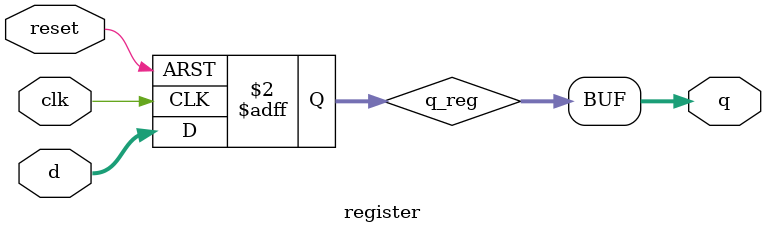
<source format=v>
`timescale 1ns / 1ps


module register (
    input clk,
    input reset,
    input [31:0] d,
    output [31:0] q
);

    reg [31:0] q_reg;
    assign q = q_reg;

    always @(posedge clk, posedge reset) begin
        if (reset) begin
            q_reg <= 0;
        end else begin
            q_reg <= d;
        end
    end

endmodule

</source>
